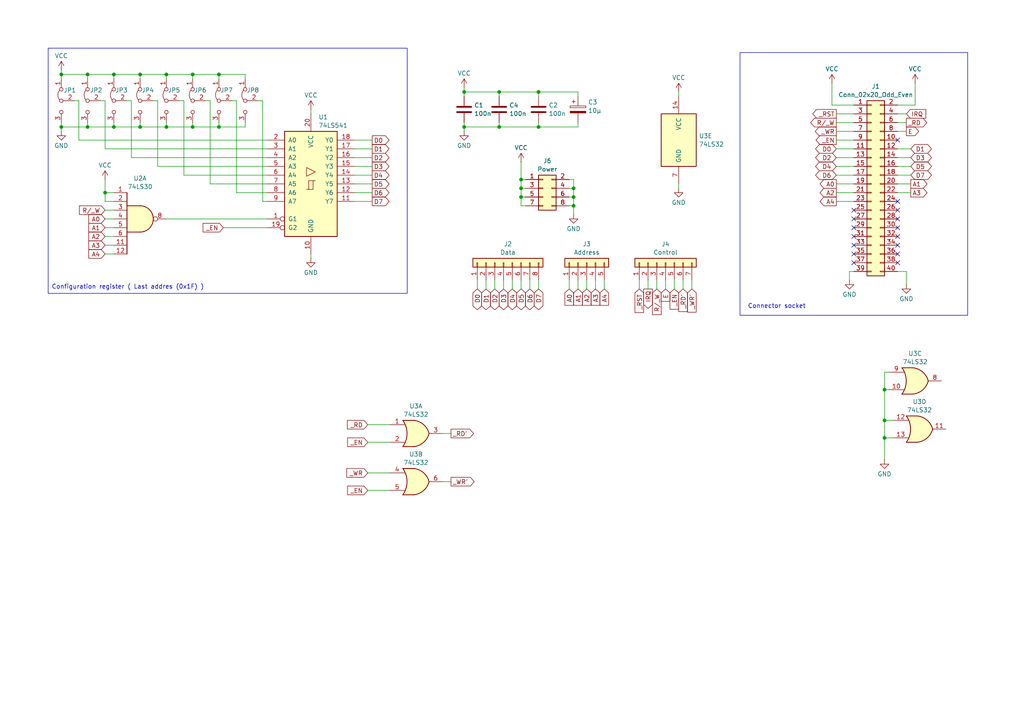
<source format=kicad_sch>
(kicad_sch (version 20231120) (generator "eeschema") (generator_version "8.0")
  (paper "A4")
  (lib_symbols
    (symbol "74xx:74LS30" (pin_names (offset 1.016))
      (property "Reference" "U" (at 0 1.27 0))
      (property "Value" "74LS30" (at 0 -1.27 0))
      (symbol "74LS30_1_1"
        (pin input line (at -7.62 7.62 0) (length 3.81) (name "~") (number "1"))
        (pin input line (at -7.62 -7.62 0) (length 3.81) (name "~") (number "11"))
        (pin input line (at -7.62 -10.16 0) (length 3.81) (name "~") (number "12"))
        (pin input line (at -7.62 5.08 0) (length 3.81) (name "~") (number "2"))
        (pin input line (at -7.62 2.54 0) (length 3.81) (name "~") (number "3"))
        (pin input line (at -7.62 0 0) (length 3.81) (name "~") (number "4"))
        (pin input line (at -7.62 -2.54 0) (length 3.81) (name "~") (number "5"))
        (pin input line (at -7.62 -5.08 0) (length 3.81) (name "~") (number "6"))
        (pin output inverted (at 7.62 0 180) (length 3.81) (name "~") (number "8"))
      )
      (symbol "74LS30_1_2"
        (pin input inverted (at -7.62 7.62 0) (length 3.81) (name "~") (number "1"))
        (pin input inverted (at -7.62 -7.62 0) (length 3.81) (name "~") (number "11"))
        (pin input inverted (at -7.62 -10.16 0) (length 3.81) (name "~") (number "12"))
        (pin input inverted (at -7.62 5.08 0) (length 3.81) (name "~") (number "2"))
        (pin input inverted (at -7.62 2.54 0) (length 4.5466) (name "~") (number "3"))
        (pin input inverted (at -7.62 0 0) (length 5.08) (name "~") (number "4"))
        (pin input inverted (at -7.62 -2.54 0) (length 4.5466) (name "~") (number "5"))
        (pin input inverted (at -7.62 -5.08 0) (length 3.81) (name "~") (number "6"))
        (pin output line (at 7.62 0 180) (length 3.81) (name "~") (number "8"))
      )
      (symbol "74LS30_2_0"
        (pin power_in line (at 0 12.7 270) (length 5.08) (name "VCC") (number "14"))
        (pin power_in line (at 0 -12.7 90) (length 5.08) (name "GND") (number "7"))
      )
    )
    (symbol "74xx:74LS32" (pin_names (offset 1.016))
      (property "Reference" "U" (at 0 1.27 0))
      (property "Value" "74LS32" (at 0 -1.27 0))
      (symbol "74LS32_1_1"
        (pin input line (at -7.62 2.54 0) (length 4.318) (name "~") (number "1"))
        (pin input line (at -7.62 -2.54 0) (length 4.318) (name "~") (number "2"))
        (pin output line (at 7.62 0 180) (length 3.81) (name "~") (number "3"))
      )
      (symbol "74LS32_1_2"
        (pin input inverted (at -7.62 2.54 0) (length 3.81) (name "~") (number "1"))
        (pin input inverted (at -7.62 -2.54 0) (length 3.81) (name "~") (number "2"))
        (pin output inverted (at 7.62 0 180) (length 3.81) (name "~") (number "3"))
      )
      (symbol "74LS32_2_1"
        (pin input line (at -7.62 2.54 0) (length 4.318) (name "~") (number "4"))
        (pin input line (at -7.62 -2.54 0) (length 4.318) (name "~") (number "5"))
        (pin output line (at 7.62 0 180) (length 3.81) (name "~") (number "6"))
      )
      (symbol "74LS32_2_2"
        (pin input inverted (at -7.62 2.54 0) (length 3.81) (name "~") (number "4"))
        (pin input inverted (at -7.62 -2.54 0) (length 3.81) (name "~") (number "5"))
        (pin output inverted (at 7.62 0 180) (length 3.81) (name "~") (number "6"))
      )
      (symbol "74LS32_3_1"
        (pin input line (at -7.62 -2.54 0) (length 4.318) (name "~") (number "10"))
        (pin output line (at 7.62 0 180) (length 3.81) (name "~") (number "8"))
        (pin input line (at -7.62 2.54 0) (length 4.318) (name "~") (number "9"))
      )
      (symbol "74LS32_3_2"
        (pin input inverted (at -7.62 -2.54 0) (length 3.81) (name "~") (number "10"))
        (pin output inverted (at 7.62 0 180) (length 3.81) (name "~") (number "8"))
        (pin input inverted (at -7.62 2.54 0) (length 3.81) (name "~") (number "9"))
      )
      (symbol "74LS32_4_1"
        (pin output line (at 7.62 0 180) (length 3.81) (name "~") (number "11"))
        (pin input line (at -7.62 2.54 0) (length 4.318) (name "~") (number "12"))
        (pin input line (at -7.62 -2.54 0) (length 4.318) (name "~") (number "13"))
      )
      (symbol "74LS32_4_2"
        (pin output inverted (at 7.62 0 180) (length 3.81) (name "~") (number "11"))
        (pin input inverted (at -7.62 2.54 0) (length 3.81) (name "~") (number "12"))
        (pin input inverted (at -7.62 -2.54 0) (length 3.81) (name "~") (number "13"))
      )
      (symbol "74LS32_5_0"
        (pin power_in line (at 0 12.7 270) (length 5.08) (name "VCC") (number "14"))
        (pin power_in line (at 0 -12.7 90) (length 5.08) (name "GND") (number "7"))
      )
    )
    (symbol "74xx:74LS541" (pin_names (offset 1.016))
      (property "Reference" "U" (at -7.62 16.51 0))
      (property "Value" "74LS541" (at -7.62 -16.51 0))
      (symbol "74LS541_1_0"
        (pin input inverted (at -12.7 -10.16 0) (length 5.08) (name "G1") (number "1"))
        (pin power_in line (at 0 -20.32 90) (length 5.08) (name "GND") (number "10"))
        (pin tri_state line (at 12.7 -5.08 180) (length 5.08) (name "Y7") (number "11"))
        (pin tri_state line (at 12.7 -2.54 180) (length 5.08) (name "Y6") (number "12"))
        (pin tri_state line (at 12.7 0 180) (length 5.08) (name "Y5") (number "13"))
        (pin tri_state line (at 12.7 2.54 180) (length 5.08) (name "Y4") (number "14"))
        (pin tri_state line (at 12.7 5.08 180) (length 5.08) (name "Y3") (number "15"))
        (pin tri_state line (at 12.7 7.62 180) (length 5.08) (name "Y2") (number "16"))
        (pin tri_state line (at 12.7 10.16 180) (length 5.08) (name "Y1") (number "17"))
        (pin tri_state line (at 12.7 12.7 180) (length 5.08) (name "Y0") (number "18"))
        (pin input inverted (at -12.7 -12.7 0) (length 5.08) (name "G2") (number "19"))
        (pin input line (at -12.7 12.7 0) (length 5.08) (name "A0") (number "2"))
        (pin power_in line (at 0 20.32 270) (length 5.08) (name "VCC") (number "20"))
        (pin input line (at -12.7 10.16 0) (length 5.08) (name "A1") (number "3"))
        (pin input line (at -12.7 7.62 0) (length 5.08) (name "A2") (number "4"))
        (pin input line (at -12.7 5.08 0) (length 5.08) (name "A3") (number "5"))
        (pin input line (at -12.7 2.54 0) (length 5.08) (name "A4") (number "6"))
        (pin input line (at -12.7 0 0) (length 5.08) (name "A5") (number "7"))
        (pin input line (at -12.7 -2.54 0) (length 5.08) (name "A6") (number "8"))
        (pin input line (at -12.7 -5.08 0) (length 5.08) (name "A7") (number "9"))
      )
    )
    (symbol "Connector_Generic:Conn_01x05" (pin_names (offset 1.016) hide)
      (property "Reference" "J" (at 0 7.62 0))
      (property "Value" "Conn_01x05" (at 0 -7.62 0))
      (symbol "Conn_01x05_1_1"
        (pin passive line (at -5.08 5.08 0) (length 3.81) (name "Pin_1") (number "1"))
        (pin passive line (at -5.08 2.54 0) (length 3.81) (name "Pin_2") (number "2"))
        (pin passive line (at -5.08 0 0) (length 3.81) (name "Pin_3") (number "3"))
        (pin passive line (at -5.08 -2.54 0) (length 3.81) (name "Pin_4") (number "4"))
        (pin passive line (at -5.08 -5.08 0) (length 3.81) (name "Pin_5") (number "5"))
      )
    )
    (symbol "Connector_Generic:Conn_01x07" (pin_names (offset 1.016) hide)
      (property "Reference" "J" (at 0 10.16 0))
      (property "Value" "Conn_01x07" (at 0 -10.16 0))
      (symbol "Conn_01x07_1_1"
        (pin passive line (at -5.08 7.62 0) (length 3.81) (name "Pin_1") (number "1"))
        (pin passive line (at -5.08 5.08 0) (length 3.81) (name "Pin_2") (number "2"))
        (pin passive line (at -5.08 2.54 0) (length 3.81) (name "Pin_3") (number "3"))
        (pin passive line (at -5.08 0 0) (length 3.81) (name "Pin_4") (number "4"))
        (pin passive line (at -5.08 -2.54 0) (length 3.81) (name "Pin_5") (number "5"))
        (pin passive line (at -5.08 -5.08 0) (length 3.81) (name "Pin_6") (number "6"))
        (pin passive line (at -5.08 -7.62 0) (length 3.81) (name "Pin_7") (number "7"))
      )
    )
    (symbol "Connector_Generic:Conn_01x08" (pin_names (offset 1.016) hide)
      (property "Reference" "J" (at 0 10.16 0))
      (property "Value" "Conn_01x08" (at 0 -12.7 0))
      (symbol "Conn_01x08_1_1"
        (pin passive line (at -5.08 7.62 0) (length 3.81) (name "Pin_1") (number "1"))
        (pin passive line (at -5.08 5.08 0) (length 3.81) (name "Pin_2") (number "2"))
        (pin passive line (at -5.08 2.54 0) (length 3.81) (name "Pin_3") (number "3"))
        (pin passive line (at -5.08 0 0) (length 3.81) (name "Pin_4") (number "4"))
        (pin passive line (at -5.08 -2.54 0) (length 3.81) (name "Pin_5") (number "5"))
        (pin passive line (at -5.08 -5.08 0) (length 3.81) (name "Pin_6") (number "6"))
        (pin passive line (at -5.08 -7.62 0) (length 3.81) (name "Pin_7") (number "7"))
        (pin passive line (at -5.08 -10.16 0) (length 3.81) (name "Pin_8") (number "8"))
      )
    )
    (symbol "Connector_Generic:Conn_02x04_Odd_Even" (pin_names (offset 1.016) hide)
      (property "Reference" "J" (at 1.27 5.08 0))
      (property "Value" "Conn_02x04_Odd_Even" (at 1.27 -7.62 0))
      (symbol "Conn_02x04_Odd_Even_1_1"
        (pin passive line (at -5.08 2.54 0) (length 3.81) (name "Pin_1") (number "1"))
        (pin passive line (at 7.62 2.54 180) (length 3.81) (name "Pin_2") (number "2"))
        (pin passive line (at -5.08 0 0) (length 3.81) (name "Pin_3") (number "3"))
        (pin passive line (at 7.62 0 180) (length 3.81) (name "Pin_4") (number "4"))
        (pin passive line (at -5.08 -2.54 0) (length 3.81) (name "Pin_5") (number "5"))
        (pin passive line (at 7.62 -2.54 180) (length 3.81) (name "Pin_6") (number "6"))
        (pin passive line (at -5.08 -5.08 0) (length 3.81) (name "Pin_7") (number "7"))
        (pin passive line (at 7.62 -5.08 180) (length 3.81) (name "Pin_8") (number "8"))
      )
    )
    (symbol "Connector_Generic:Conn_02x20_Odd_Even" (pin_names (offset 1.016) hide)
      (property "Reference" "J" (at 1.27 25.4 0))
      (property "Value" "Conn_02x20_Odd_Even" (at 1.27 -27.94 0))
      (symbol "Conn_02x20_Odd_Even_1_1"
        (pin passive line (at -5.08 22.86 0) (length 3.81) (name "Pin_1") (number "1"))
        (pin passive line (at 7.62 12.7 180) (length 3.81) (name "Pin_10") (number "10"))
        (pin passive line (at -5.08 10.16 0) (length 3.81) (name "Pin_11") (number "11"))
        (pin passive line (at 7.62 10.16 180) (length 3.81) (name "Pin_12") (number "12"))
        (pin passive line (at -5.08 7.62 0) (length 3.81) (name "Pin_13") (number "13"))
        (pin passive line (at 7.62 7.62 180) (length 3.81) (name "Pin_14") (number "14"))
        (pin passive line (at -5.08 5.08 0) (length 3.81) (name "Pin_15") (number "15"))
        (pin passive line (at 7.62 5.08 180) (length 3.81) (name "Pin_16") (number "16"))
        (pin passive line (at -5.08 2.54 0) (length 3.81) (name "Pin_17") (number "17"))
        (pin passive line (at 7.62 2.54 180) (length 3.81) (name "Pin_18") (number "18"))
        (pin passive line (at -5.08 0 0) (length 3.81) (name "Pin_19") (number "19"))
        (pin passive line (at 7.62 22.86 180) (length 3.81) (name "Pin_2") (number "2"))
        (pin passive line (at 7.62 0 180) (length 3.81) (name "Pin_20") (number "20"))
        (pin passive line (at -5.08 -2.54 0) (length 3.81) (name "Pin_21") (number "21"))
        (pin passive line (at 7.62 -2.54 180) (length 3.81) (name "Pin_22") (number "22"))
        (pin passive line (at -5.08 -5.08 0) (length 3.81) (name "Pin_23") (number "23"))
        (pin passive line (at 7.62 -5.08 180) (length 3.81) (name "Pin_24") (number "24"))
        (pin passive line (at -5.08 -7.62 0) (length 3.81) (name "Pin_25") (number "25"))
        (pin passive line (at 7.62 -7.62 180) (length 3.81) (name "Pin_26") (number "26"))
        (pin passive line (at -5.08 -10.16 0) (length 3.81) (name "Pin_27") (number "27"))
        (pin passive line (at 7.62 -10.16 180) (length 3.81) (name "Pin_28") (number "28"))
        (pin passive line (at -5.08 -12.7 0) (length 3.81) (name "Pin_29") (number "29"))
        (pin passive line (at -5.08 20.32 0) (length 3.81) (name "Pin_3") (number "3"))
        (pin passive line (at 7.62 -12.7 180) (length 3.81) (name "Pin_30") (number "30"))
        (pin passive line (at -5.08 -15.24 0) (length 3.81) (name "Pin_31") (number "31"))
        (pin passive line (at 7.62 -15.24 180) (length 3.81) (name "Pin_32") (number "32"))
        (pin passive line (at -5.08 -17.78 0) (length 3.81) (name "Pin_33") (number "33"))
        (pin passive line (at 7.62 -17.78 180) (length 3.81) (name "Pin_34") (number "34"))
        (pin passive line (at -5.08 -20.32 0) (length 3.81) (name "Pin_35") (number "35"))
        (pin passive line (at 7.62 -20.32 180) (length 3.81) (name "Pin_36") (number "36"))
        (pin passive line (at -5.08 -22.86 0) (length 3.81) (name "Pin_37") (number "37"))
        (pin passive line (at 7.62 -22.86 180) (length 3.81) (name "Pin_38") (number "38"))
        (pin passive line (at -5.08 -25.4 0) (length 3.81) (name "Pin_39") (number "39"))
        (pin passive line (at 7.62 20.32 180) (length 3.81) (name "Pin_4") (number "4"))
        (pin passive line (at 7.62 -25.4 180) (length 3.81) (name "Pin_40") (number "40"))
        (pin passive line (at -5.08 17.78 0) (length 3.81) (name "Pin_5") (number "5"))
        (pin passive line (at 7.62 17.78 180) (length 3.81) (name "Pin_6") (number "6"))
        (pin passive line (at -5.08 15.24 0) (length 3.81) (name "Pin_7") (number "7"))
        (pin passive line (at 7.62 15.24 180) (length 3.81) (name "Pin_8") (number "8"))
        (pin passive line (at -5.08 12.7 0) (length 3.81) (name "Pin_9") (number "9"))
      )
    )
    (symbol "Device:C" (pin_numbers hide) (pin_names (offset 0.254))
      (property "Reference" "C" (at 0.635 2.54 0))
      (property "Value" "C" (at 0.635 -2.54 0))
      (symbol "C_1_1"
        (pin passive line (at 0 3.81 270) (length 2.794) (name "~") (number "1"))
        (pin passive line (at 0 -3.81 90) (length 2.794) (name "~") (number "2"))
      )
    )
    (symbol "Device:C_Polarized" (pin_numbers hide) (pin_names (offset 0.254))
      (property "Reference" "C" (at 0.635 2.54 0))
      (property "Value" "C_Polarized" (at 0.635 -2.54 0))
      (symbol "C_Polarized_1_1"
        (pin passive line (at 0 3.81 270) (length 2.794) (name "~") (number "1"))
        (pin passive line (at 0 -3.81 90) (length 2.794) (name "~") (number "2"))
      )
    )
    (symbol "Jumper:Jumper_3_Bridged12" (pin_names (offset 0) hide)
      (property "Reference" "JP" (at -2.54 -2.54 0))
      (property "Value" "Jumper_3_Bridged12" (at 0 2.794 0))
      (symbol "Jumper_3_Bridged12_1_1"
        (pin passive line (at -6.35 0 0) (length 2.54) (name "A") (number "1"))
        (pin passive line (at 0 -3.81 90) (length 2.54) (name "C") (number "2"))
        (pin passive line (at 6.35 0 180) (length 2.54) (name "B") (number "3"))
      )
    )
    (symbol "power:GND" (power) (pin_numbers hide) (pin_names (offset 0) hide)
      (property "Value" "GND" (at 0 -3.81 0))
      (symbol "GND_1_1"
        (pin power_in line (at 0 0 270) (length 0) (name "~") (number "1"))
      )
    )
    (symbol "power:VCC" (power) (pin_numbers hide) (pin_names (offset 0) hide)
      (property "Value" "VCC" (at 0 3.556 0))
      (symbol "VCC_1_1"
        (pin power_in line (at 0 0 90) (length 0) (name "~") (number "1"))
      )
    )
  )
  (junction (at 166.37 54.61))
  (junction (at 48.26 36.83))
  (junction (at 17.78 21.59))
  (junction (at 144.78 36.83))
  (junction (at 256.54 113.03))
  (junction (at 30.48 55.88))
  (junction (at 144.78 26.67))
  (junction (at 151.13 52.07))
  (junction (at 166.37 59.69))
  (junction (at 25.4 21.59))
  (junction (at 17.78 36.83))
  (junction (at 55.88 21.59))
  (junction (at 25.4 36.83))
  (junction (at 33.02 21.59))
  (junction (at 63.5 21.59))
  (junction (at 134.62 36.83))
  (junction (at 134.62 26.67))
  (junction (at 55.88 36.83))
  (junction (at 40.64 36.83))
  (junction (at 256.54 127))
  (junction (at 63.5 36.83))
  (junction (at 48.26 21.59))
  (junction (at 256.54 121.92))
  (junction (at 151.13 54.61))
  (junction (at 156.21 36.83))
  (junction (at 33.02 36.83))
  (junction (at 151.13 57.15))
  (junction (at 156.21 26.67))
  (junction (at 166.37 57.15))
  (junction (at 40.64 21.59))
  (no_connect (at 260.35 68.58))
  (no_connect (at 247.65 63.5))
  (no_connect (at 247.65 73.66))
  (no_connect (at 260.35 60.96))
  (no_connect (at 247.65 66.04))
  (no_connect (at 260.35 58.42))
  (no_connect (at 260.35 63.5))
  (no_connect (at 260.35 73.66))
  (no_connect (at 247.65 76.2))
  (no_connect (at 247.65 60.96))
  (no_connect (at 260.35 66.04))
  (no_connect (at 260.35 76.2))
  (no_connect (at 247.65 68.58))
  (no_connect (at 247.65 71.12))
  (no_connect (at 260.35 71.12))
  (no_connect (at 260.35 40.64))
  (wire (pts (xy 242.57 45.72) (xy 247.65 45.72)))
  (wire (pts (xy 172.72 81.28) (xy 172.72 83.82)))
  (wire (pts (xy 151.13 57.15) (xy 152.4 57.15)))
  (wire (pts (xy 144.78 26.67) (xy 134.62 26.67)))
  (wire (pts (xy 53.34 50.8) (xy 77.47 50.8)))
  (wire (pts (xy 242.57 43.18) (xy 247.65 43.18)))
  (wire (pts (xy 242.57 58.42) (xy 247.65 58.42)))
  (wire (pts (xy 128.27 125.73) (xy 130.81 125.73)))
  (wire (pts (xy 63.5 35.56) (xy 63.5 36.83)))
  (wire (pts (xy 102.87 55.88) (xy 107.95 55.88)))
  (wire (pts (xy 33.02 58.42) (xy 30.48 58.42)))
  (wire (pts (xy 262.89 78.74) (xy 262.89 82.55)))
  (wire (pts (xy 260.35 53.34) (xy 264.16 53.34)))
  (wire (pts (xy 148.59 81.28) (xy 148.59 83.82)))
  (wire (pts (xy 128.27 139.7) (xy 130.81 139.7)))
  (wire (pts (xy 55.88 35.56) (xy 55.88 36.83)))
  (wire (pts (xy 30.48 58.42) (xy 30.48 55.88)))
  (wire (pts (xy 167.64 26.67) (xy 156.21 26.67)))
  (wire (pts (xy 76.2 58.42) (xy 77.47 58.42)))
  (wire (pts (xy 256.54 127) (xy 256.54 133.35)))
  (wire (pts (xy 242.57 50.8) (xy 247.65 50.8)))
  (wire (pts (xy 153.67 81.28) (xy 153.67 83.82)))
  (wire (pts (xy 156.21 81.28) (xy 156.21 83.82)))
  (wire (pts (xy 30.48 73.66) (xy 33.02 73.66)))
  (wire (pts (xy 166.37 62.23) (xy 166.37 59.69)))
  (wire (pts (xy 134.62 35.56) (xy 134.62 36.83)))
  (wire (pts (xy 134.62 26.67) (xy 134.62 25.4)))
  (wire (pts (xy 71.12 35.56) (xy 71.12 36.83)))
  (wire (pts (xy 167.64 35.56) (xy 167.64 36.83)))
  (wire (pts (xy 241.3 30.48) (xy 247.65 30.48)))
  (wire (pts (xy 106.68 123.19) (xy 113.03 123.19)))
  (wire (pts (xy 45.72 48.26) (xy 77.47 48.26)))
  (wire (pts (xy 36.83 29.21) (xy 38.1 29.21)))
  (wire (pts (xy 166.37 59.69) (xy 166.37 57.15)))
  (wire (pts (xy 260.35 30.48) (xy 265.43 30.48)))
  (wire (pts (xy 68.58 29.21) (xy 68.58 55.88)))
  (wire (pts (xy 48.26 21.59) (xy 40.64 21.59)))
  (wire (pts (xy 242.57 53.34) (xy 247.65 53.34)))
  (wire (pts (xy 256.54 127) (xy 259.08 127)))
  (wire (pts (xy 38.1 29.21) (xy 38.1 45.72)))
  (wire (pts (xy 71.12 22.86) (xy 71.12 21.59)))
  (wire (pts (xy 151.13 52.07) (xy 152.4 52.07)))
  (wire (pts (xy 33.02 36.83) (xy 25.4 36.83)))
  (wire (pts (xy 166.37 54.61) (xy 166.37 52.07)))
  (wire (pts (xy 151.13 54.61) (xy 152.4 54.61)))
  (wire (pts (xy 48.26 36.83) (xy 40.64 36.83)))
  (wire (pts (xy 40.64 21.59) (xy 40.64 22.86)))
  (wire (pts (xy 30.48 55.88) (xy 30.48 52.07)))
  (wire (pts (xy 52.07 29.21) (xy 53.34 29.21)))
  (wire (pts (xy 257.81 113.03) (xy 256.54 113.03)))
  (wire (pts (xy 143.51 81.28) (xy 143.51 83.82)))
  (wire (pts (xy 165.1 54.61) (xy 166.37 54.61)))
  (wire (pts (xy 77.47 40.64) (xy 22.86 40.64)))
  (wire (pts (xy 166.37 52.07) (xy 165.1 52.07)))
  (wire (pts (xy 260.35 33.02) (xy 262.89 33.02)))
  (wire (pts (xy 48.26 63.5) (xy 77.47 63.5)))
  (wire (pts (xy 30.48 43.18) (xy 77.47 43.18)))
  (wire (pts (xy 134.62 36.83) (xy 144.78 36.83)))
  (wire (pts (xy 242.57 48.26) (xy 247.65 48.26)))
  (wire (pts (xy 167.64 81.28) (xy 167.64 83.82)))
  (wire (pts (xy 71.12 36.83) (xy 63.5 36.83)))
  (wire (pts (xy 90.17 73.66) (xy 90.17 74.93)))
  (wire (pts (xy 102.87 43.18) (xy 107.95 43.18)))
  (wire (pts (xy 242.57 38.1) (xy 247.65 38.1)))
  (wire (pts (xy 165.1 81.28) (xy 165.1 83.82)))
  (wire (pts (xy 134.62 26.67) (xy 134.62 27.94)))
  (wire (pts (xy 33.02 55.88) (xy 30.48 55.88)))
  (wire (pts (xy 40.64 35.56) (xy 40.64 36.83)))
  (wire (pts (xy 195.58 81.28) (xy 195.58 83.82)))
  (wire (pts (xy 144.78 36.83) (xy 156.21 36.83)))
  (wire (pts (xy 40.64 21.59) (xy 33.02 21.59)))
  (wire (pts (xy 151.13 52.07) (xy 151.13 46.99)))
  (wire (pts (xy 67.31 29.21) (xy 68.58 29.21)))
  (wire (pts (xy 53.34 29.21) (xy 53.34 50.8)))
  (wire (pts (xy 17.78 20.32) (xy 17.78 21.59)))
  (wire (pts (xy 144.78 26.67) (xy 144.78 27.94)))
  (wire (pts (xy 102.87 50.8) (xy 107.95 50.8)))
  (wire (pts (xy 196.85 26.67) (xy 196.85 27.94)))
  (wire (pts (xy 102.87 40.64) (xy 107.95 40.64)))
  (wire (pts (xy 134.62 36.83) (xy 134.62 38.1)))
  (wire (pts (xy 156.21 35.56) (xy 156.21 36.83)))
  (wire (pts (xy 260.35 45.72) (xy 264.16 45.72)))
  (wire (pts (xy 102.87 48.26) (xy 107.95 48.26)))
  (wire (pts (xy 166.37 57.15) (xy 166.37 54.61)))
  (wire (pts (xy 106.68 128.27) (xy 113.03 128.27)))
  (wire (pts (xy 260.35 78.74) (xy 262.89 78.74)))
  (wire (pts (xy 68.58 55.88) (xy 77.47 55.88)))
  (wire (pts (xy 256.54 121.92) (xy 259.08 121.92)))
  (wire (pts (xy 144.78 26.67) (xy 156.21 26.67)))
  (wire (pts (xy 60.96 53.34) (xy 77.47 53.34)))
  (wire (pts (xy 102.87 58.42) (xy 107.95 58.42)))
  (wire (pts (xy 25.4 21.59) (xy 25.4 22.86)))
  (wire (pts (xy 242.57 55.88) (xy 247.65 55.88)))
  (wire (pts (xy 260.35 55.88) (xy 264.16 55.88)))
  (wire (pts (xy 242.57 33.02) (xy 247.65 33.02)))
  (wire (pts (xy 22.86 29.21) (xy 21.59 29.21)))
  (wire (pts (xy 151.13 54.61) (xy 151.13 52.07)))
  (wire (pts (xy 198.12 81.28) (xy 198.12 83.82)))
  (wire (pts (xy 60.96 29.21) (xy 60.96 53.34)))
  (wire (pts (xy 106.68 142.24) (xy 113.03 142.24)))
  (wire (pts (xy 106.68 137.16) (xy 113.03 137.16)))
  (wire (pts (xy 74.93 29.21) (xy 76.2 29.21)))
  (wire (pts (xy 167.64 27.94) (xy 167.64 26.67)))
  (wire (pts (xy 200.66 81.28) (xy 200.66 83.82)))
  (wire (pts (xy 55.88 21.59) (xy 48.26 21.59)))
  (wire (pts (xy 63.5 21.59) (xy 63.5 22.86)))
  (wire (pts (xy 265.43 30.48) (xy 265.43 24.13)))
  (wire (pts (xy 185.42 81.28) (xy 185.42 83.82)))
  (wire (pts (xy 260.35 48.26) (xy 264.16 48.26)))
  (wire (pts (xy 242.57 40.64) (xy 247.65 40.64)))
  (wire (pts (xy 55.88 21.59) (xy 55.88 22.86)))
  (wire (pts (xy 30.48 29.21) (xy 29.21 29.21)))
  (wire (pts (xy 260.35 50.8) (xy 264.16 50.8)))
  (wire (pts (xy 152.4 59.69) (xy 151.13 59.69)))
  (wire (pts (xy 76.2 29.21) (xy 76.2 58.42)))
  (wire (pts (xy 30.48 66.04) (xy 33.02 66.04)))
  (wire (pts (xy 247.65 78.74) (xy 246.38 78.74)))
  (wire (pts (xy 63.5 21.59) (xy 55.88 21.59)))
  (wire (pts (xy 256.54 113.03) (xy 256.54 121.92)))
  (wire (pts (xy 256.54 107.95) (xy 256.54 113.03)))
  (wire (pts (xy 144.78 35.56) (xy 144.78 36.83)))
  (wire (pts (xy 102.87 53.34) (xy 107.95 53.34)))
  (wire (pts (xy 175.26 81.28) (xy 175.26 83.82)))
  (wire (pts (xy 48.26 21.59) (xy 48.26 22.86)))
  (wire (pts (xy 25.4 35.56) (xy 25.4 36.83)))
  (wire (pts (xy 257.81 107.95) (xy 256.54 107.95)))
  (wire (pts (xy 44.45 29.21) (xy 45.72 29.21)))
  (wire (pts (xy 30.48 60.96) (xy 33.02 60.96)))
  (wire (pts (xy 33.02 21.59) (xy 25.4 21.59)))
  (wire (pts (xy 33.02 35.56) (xy 33.02 36.83)))
  (wire (pts (xy 71.12 21.59) (xy 63.5 21.59)))
  (wire (pts (xy 102.87 45.72) (xy 107.95 45.72)))
  (wire (pts (xy 25.4 36.83) (xy 17.78 36.83)))
  (wire (pts (xy 151.13 57.15) (xy 151.13 54.61)))
  (wire (pts (xy 140.97 81.28) (xy 140.97 83.82)))
  (wire (pts (xy 40.64 36.83) (xy 33.02 36.83)))
  (wire (pts (xy 260.35 35.56) (xy 262.89 35.56)))
  (wire (pts (xy 33.02 21.59) (xy 33.02 22.86)))
  (wire (pts (xy 38.1 45.72) (xy 77.47 45.72)))
  (wire (pts (xy 30.48 29.21) (xy 30.48 43.18)))
  (wire (pts (xy 17.78 35.56) (xy 17.78 36.83)))
  (wire (pts (xy 90.17 31.75) (xy 90.17 33.02)))
  (wire (pts (xy 30.48 71.12) (xy 33.02 71.12)))
  (wire (pts (xy 256.54 121.92) (xy 256.54 127)))
  (wire (pts (xy 55.88 36.83) (xy 48.26 36.83)))
  (wire (pts (xy 138.43 81.28) (xy 138.43 83.82)))
  (wire (pts (xy 64.77 66.04) (xy 77.47 66.04)))
  (wire (pts (xy 242.57 35.56) (xy 247.65 35.56)))
  (wire (pts (xy 30.48 63.5) (xy 33.02 63.5)))
  (wire (pts (xy 151.13 81.28) (xy 151.13 83.82)))
  (wire (pts (xy 63.5 36.83) (xy 55.88 36.83)))
  (wire (pts (xy 170.18 81.28) (xy 170.18 83.82)))
  (wire (pts (xy 246.38 78.74) (xy 246.38 81.28)))
  (wire (pts (xy 190.5 81.28) (xy 190.5 83.82)))
  (wire (pts (xy 165.1 57.15) (xy 166.37 57.15)))
  (wire (pts (xy 156.21 36.83) (xy 167.64 36.83)))
  (wire (pts (xy 260.35 38.1) (xy 262.89 38.1)))
  (wire (pts (xy 17.78 21.59) (xy 17.78 22.86)))
  (wire (pts (xy 22.86 40.64) (xy 22.86 29.21)))
  (wire (pts (xy 193.04 81.28) (xy 193.04 83.82)))
  (wire (pts (xy 196.85 53.34) (xy 196.85 54.61)))
  (wire (pts (xy 146.05 81.28) (xy 146.05 83.82)))
  (wire (pts (xy 59.69 29.21) (xy 60.96 29.21)))
  (wire (pts (xy 187.96 81.28) (xy 187.96 83.82)))
  (wire (pts (xy 48.26 35.56) (xy 48.26 36.83)))
  (wire (pts (xy 260.35 43.18) (xy 264.16 43.18)))
  (wire (pts (xy 241.3 24.13) (xy 241.3 30.48)))
  (wire (pts (xy 25.4 21.59) (xy 17.78 21.59)))
  (wire (pts (xy 165.1 59.69) (xy 166.37 59.69)))
  (wire (pts (xy 156.21 26.67) (xy 156.21 27.94)))
  (wire (pts (xy 30.48 68.58) (xy 33.02 68.58)))
  (wire (pts (xy 17.78 36.83) (xy 17.78 38.1)))
  (wire (pts (xy 151.13 59.69) (xy 151.13 57.15)))
  (wire (pts (xy 45.72 29.21) (xy 45.72 48.26)))
  (rectangle (start 214.63 15.24) (end 280.67 91.44))
  (rectangle (start 13.97 13.97) (end 118.11 85.09))
  (text "Configuration register ( Last addres (0x1F) )" (at 37.084 83.312 0) (effects (font (size 1.27 1.27))))
  (text "Connector socket" (at 225.298 88.9 0) (effects (font (size 1.27 1.27))))
  (global_label "D5" (shape bidirectional) (at 151.13 83.82 270) (property "Intersheetrefs" "${INTERSHEET_REFS}" (effects (hide yes))))
  (global_label "E" (shape output) (at 262.89 38.1 0) (property "Intersheetrefs" "${INTERSHEET_REFS}" (effects (hide yes))))
  (global_label "_RD'" (shape input) (at 198.12 83.82 270) (property "Intersheetrefs" "${INTERSHEET_REFS}" (effects (hide yes))))
  (global_label "_RST" (shape input) (at 185.42 83.82 270) (property "Intersheetrefs" "${INTERSHEET_REFS}" (effects (hide yes))))
  (global_label "R{slash}_W" (shape input) (at 190.5 83.82 270) (property "Intersheetrefs" "${INTERSHEET_REFS}" (effects (hide yes))))
  (global_label "A1" (shape input) (at 167.64 83.82 270) (property "Intersheetrefs" "${INTERSHEET_REFS}" (effects (hide yes))))
  (global_label "D1" (shape bidirectional) (at 140.97 83.82 270) (property "Intersheetrefs" "${INTERSHEET_REFS}" (effects (hide yes))))
  (global_label "D0" (shape bidirectional) (at 242.57 43.18 180) (property "Intersheetrefs" "${INTERSHEET_REFS}" (effects (hide yes))))
  (global_label "R{slash}_W" (shape output) (at 242.57 35.56 180) (property "Intersheetrefs" "${INTERSHEET_REFS}" (effects (hide yes))))
  (global_label "_EN" (shape output) (at 242.57 40.64 180) (property "Intersheetrefs" "${INTERSHEET_REFS}" (effects (hide yes))))
  (global_label "_RST" (shape output) (at 242.57 33.02 180) (property "Intersheetrefs" "${INTERSHEET_REFS}" (effects (hide yes))))
  (global_label "D1" (shape bidirectional) (at 264.16 43.18 0) (property "Intersheetrefs" "${INTERSHEET_REFS}" (effects (hide yes))))
  (global_label "A3" (shape output) (at 264.16 55.88 0) (property "Intersheetrefs" "${INTERSHEET_REFS}" (effects (hide yes))))
  (global_label "A3" (shape input) (at 30.48 71.12 180) (property "Intersheetrefs" "${INTERSHEET_REFS}" (effects (hide yes))))
  (global_label "D4" (shape output) (at 107.95 50.8 0) (property "Intersheetrefs" "${INTERSHEET_REFS}" (effects (hide yes))))
  (global_label "_WR" (shape input) (at 106.68 137.16 180) (property "Intersheetrefs" "${INTERSHEET_REFS}" (effects (hide yes))))
  (global_label "D2" (shape output) (at 107.95 45.72 0) (property "Intersheetrefs" "${INTERSHEET_REFS}" (effects (hide yes))))
  (global_label "D7" (shape bidirectional) (at 156.21 83.82 270) (property "Intersheetrefs" "${INTERSHEET_REFS}" (effects (hide yes))))
  (global_label "D6" (shape bidirectional) (at 153.67 83.82 270) (property "Intersheetrefs" "${INTERSHEET_REFS}" (effects (hide yes))))
  (global_label "_RD" (shape output) (at 262.89 35.56 0) (property "Intersheetrefs" "${INTERSHEET_REFS}" (effects (hide yes))))
  (global_label "A0" (shape output) (at 242.57 53.34 180) (property "Intersheetrefs" "${INTERSHEET_REFS}" (effects (hide yes))))
  (global_label "IRQ" (shape input) (at 262.89 33.02 0) (property "Intersheetrefs" "${INTERSHEET_REFS}" (effects (hide yes))))
  (global_label "D7" (shape bidirectional) (at 264.16 50.8 0) (property "Intersheetrefs" "${INTERSHEET_REFS}" (effects (hide yes))))
  (global_label "_EN" (shape input) (at 64.77 66.04 180) (property "Intersheetrefs" "${INTERSHEET_REFS}" (effects (hide yes))))
  (global_label "A0" (shape input) (at 165.1 83.82 270) (property "Intersheetrefs" "${INTERSHEET_REFS}" (effects (hide yes))))
  (global_label "A2" (shape output) (at 242.57 55.88 180) (property "Intersheetrefs" "${INTERSHEET_REFS}" (effects (hide yes))))
  (global_label "D4" (shape bidirectional) (at 242.57 48.26 180) (property "Intersheetrefs" "${INTERSHEET_REFS}" (effects (hide yes))))
  (global_label "_EN" (shape input) (at 106.68 142.24 180) (property "Intersheetrefs" "${INTERSHEET_REFS}" (effects (hide yes))))
  (global_label "D0" (shape output) (at 107.95 40.64 0) (property "Intersheetrefs" "${INTERSHEET_REFS}" (effects (hide yes))))
  (global_label "A1" (shape input) (at 30.48 66.04 180) (property "Intersheetrefs" "${INTERSHEET_REFS}" (effects (hide yes))))
  (global_label "A2" (shape input) (at 170.18 83.82 270) (property "Intersheetrefs" "${INTERSHEET_REFS}" (effects (hide yes))))
  (global_label "A0" (shape input) (at 30.48 63.5 180) (property "Intersheetrefs" "${INTERSHEET_REFS}" (effects (hide yes))))
  (global_label "A4" (shape input) (at 175.26 83.82 270) (property "Intersheetrefs" "${INTERSHEET_REFS}" (effects (hide yes))))
  (global_label "D1" (shape output) (at 107.95 43.18 0) (property "Intersheetrefs" "${INTERSHEET_REFS}" (effects (hide yes))))
  (global_label "E" (shape input) (at 193.04 83.82 270) (property "Intersheetrefs" "${INTERSHEET_REFS}" (effects (hide yes))))
  (global_label "D4" (shape bidirectional) (at 148.59 83.82 270) (property "Intersheetrefs" "${INTERSHEET_REFS}" (effects (hide yes))))
  (global_label "D2" (shape bidirectional) (at 242.57 45.72 180) (property "Intersheetrefs" "${INTERSHEET_REFS}" (effects (hide yes))))
  (global_label "D6" (shape bidirectional) (at 242.57 50.8 180) (property "Intersheetrefs" "${INTERSHEET_REFS}" (effects (hide yes))))
  (global_label "D5" (shape bidirectional) (at 264.16 48.26 0) (property "Intersheetrefs" "${INTERSHEET_REFS}" (effects (hide yes))))
  (global_label "_WR" (shape output) (at 242.57 38.1 180) (property "Intersheetrefs" "${INTERSHEET_REFS}" (effects (hide yes))))
  (global_label "D3" (shape bidirectional) (at 146.05 83.82 270) (property "Intersheetrefs" "${INTERSHEET_REFS}" (effects (hide yes))))
  (global_label "_RD'" (shape output) (at 130.81 125.73 0) (property "Intersheetrefs" "${INTERSHEET_REFS}" (effects (hide yes))))
  (global_label "A4" (shape input) (at 30.48 73.66 180) (property "Intersheetrefs" "${INTERSHEET_REFS}" (effects (hide yes))))
  (global_label "_RD" (shape input) (at 106.68 123.19 180) (property "Intersheetrefs" "${INTERSHEET_REFS}" (effects (hide yes))))
  (global_label "D6" (shape output) (at 107.95 55.88 0) (property "Intersheetrefs" "${INTERSHEET_REFS}" (effects (hide yes))))
  (global_label "_EN" (shape input) (at 106.68 128.27 180) (property "Intersheetrefs" "${INTERSHEET_REFS}" (effects (hide yes))))
  (global_label "A2" (shape input) (at 30.48 68.58 180) (property "Intersheetrefs" "${INTERSHEET_REFS}" (effects (hide yes))))
  (global_label "D0" (shape bidirectional) (at 138.43 83.82 270) (property "Intersheetrefs" "${INTERSHEET_REFS}" (effects (hide yes))))
  (global_label "D3" (shape bidirectional) (at 264.16 45.72 0) (property "Intersheetrefs" "${INTERSHEET_REFS}" (effects (hide yes))))
  (global_label "A4" (shape output) (at 242.57 58.42 180) (property "Intersheetrefs" "${INTERSHEET_REFS}" (effects (hide yes))))
  (global_label "R{slash}_W" (shape input) (at 30.48 60.96 180) (property "Intersheetrefs" "${INTERSHEET_REFS}" (effects (hide yes))))
  (global_label "A1" (shape output) (at 264.16 53.34 0) (property "Intersheetrefs" "${INTERSHEET_REFS}" (effects (hide yes))))
  (global_label "D7" (shape output) (at 107.95 58.42 0) (property "Intersheetrefs" "${INTERSHEET_REFS}" (effects (hide yes))))
  (global_label "_WR'" (shape input) (at 200.66 83.82 270) (property "Intersheetrefs" "${INTERSHEET_REFS}" (effects (hide yes))))
  (global_label "D3" (shape output) (at 107.95 48.26 0) (property "Intersheetrefs" "${INTERSHEET_REFS}" (effects (hide yes))))
  (global_label "_EN" (shape input) (at 195.58 83.82 270) (property "Intersheetrefs" "${INTERSHEET_REFS}" (effects (hide yes))))
  (global_label "IRQ" (shape output) (at 187.96 83.82 270) (property "Intersheetrefs" "${INTERSHEET_REFS}" (effects (hide yes))))
  (global_label "D2" (shape bidirectional) (at 143.51 83.82 270) (property "Intersheetrefs" "${INTERSHEET_REFS}" (effects (hide yes))))
  (global_label "D5" (shape output) (at 107.95 53.34 0) (property "Intersheetrefs" "${INTERSHEET_REFS}" (effects (hide yes))))
  (global_label "_WR'" (shape output) (at 130.81 139.7 0) (property "Intersheetrefs" "${INTERSHEET_REFS}" (effects (hide yes))))
  (global_label "A3" (shape input) (at 172.72 83.82 270) (property "Intersheetrefs" "${INTERSHEET_REFS}" (effects (hide yes))))
  (symbol (lib_id "power:GND") (at 166.37 62.23 0) (unit 1)
    (property "Reference" "#PWR015" (effects (hide yes)))
    (property "Value" "GND" (at 166.37 66.3631 0))
    (property "Description" "Power symbol creates a global label with name \"GND\" , ground" (effects (hide yes)))
  )
  (symbol (lib_id "Jumper:Jumper_3_Bridged12") (at 40.64 29.21 90) (mirror x) (unit 1)
    (property "Reference" "JP4" (at 44.704 26.162 90) (effects (justify left)))
    (property "Value" "Jumper_3_Bridged12" (effects (hide yes)))
    (property "Footprint" "Jumper:SolderJumper-3_P1.3mm_Open_RoundedPad1.0x1.5mm_NumberLabels" (effects (hide yes)))
    (property "Description" "Jumper, 3-pole, pins 1+2 closed/bridged" (effects (hide yes)))
  )
  (symbol (lib_id "Device:C_Polarized") (at 167.64 31.75 0) (unit 1)
    (property "Reference" "C3" (at 170.561 29.6488 0) (effects (justify left)))
    (property "Value" "10µ" (at 170.561 32.0731 0) (effects (justify left)))
    (property "Footprint" "Capacitor_THT:CP_Radial_D4.0mm_P2.00mm" (effects (hide yes)))
    (property "Description" "Polarized capacitor" (effects (hide yes)))
  )
  (symbol (lib_id "Connector_Generic:Conn_01x05") (at 170.18 76.2 90) (unit 1)
    (property "Reference" "J3" (at 170.18 70.7855 90))
    (property "Value" "Address" (at 170.18 73.2098 90))
    (property "Footprint" "Connector_PinSocket_2.54mm:PinSocket_1x05_P2.54mm_Vertical" (effects (hide yes)))
    (property "Description" "Generic connector, single row, 01x05, script generated (kicad-library-utils/schlib/autogen/connector/)" (effects (hide yes)))
  )
  (symbol (lib_id "power:GND") (at 17.78 38.1 0) (unit 1)
    (property "Reference" "#PWR013" (effects (hide yes)))
    (property "Value" "GND" (at 17.78 42.2331 0))
    (property "Description" "Power symbol creates a global label with name \"GND\" , ground" (effects (hide yes)))
  )
  (symbol (lib_id "power:VCC") (at 241.3 24.13 0) (unit 1)
    (property "Reference" "#PWR06" (effects (hide yes)))
    (property "Value" "VCC" (at 241.3 19.9969 0))
    (property "Description" "Power symbol creates a global label with name \"VCC\"" (effects (hide yes)))
  )
  (symbol (lib_id "74xx:74LS30") (at 40.64 63.5 0) (unit 1)
    (property "Reference" "U2" (at 40.6317 51.7355 0))
    (property "Value" "74LS30" (at 40.6317 54.1598 0))
    (property "Footprint" "Package_DIP:DIP-12_W7.62mm" (effects (hide yes)))
    (property "Datasheet" "http://www.ti.com/lit/gpn/sn74LS30" (effects (hide yes)))
    (property "Description" "8-input NAND" (effects (hide yes)))
  )
  (symbol (lib_id "power:VCC") (at 90.17 31.75 0) (unit 1)
    (property "Reference" "#PWR05" (effects (hide yes)))
    (property "Value" "VCC" (at 90.17 27.6169 0))
    (property "Description" "Power symbol creates a global label with name \"VCC\"" (effects (hide yes)))
  )
  (symbol (lib_id "Connector_Generic:Conn_01x07") (at 193.04 76.2 90) (unit 1)
    (property "Reference" "J4" (at 193.04 70.7855 90))
    (property "Value" "Control" (at 193.04 73.2098 90))
    (property "Footprint" "Connector_PinSocket_2.54mm:PinSocket_1x07_P2.54mm_Vertical" (effects (hide yes)))
    (property "Description" "Generic connector, single row, 01x07, script generated (kicad-library-utils/schlib/autogen/connector/)" (effects (hide yes)))
  )
  (symbol (lib_id "Device:C") (at 156.21 31.75 0) (unit 1)
    (property "Reference" "C2" (at 159.131 30.5378 0) (effects (justify left)))
    (property "Value" "100n" (at 159.131 32.9621 0) (effects (justify left)))
    (property "Footprint" "Capacitor_THT:C_Disc_D3.0mm_W2.0mm_P2.50mm" (effects (hide yes)))
    (property "Description" "Unpolarized capacitor" (effects (hide yes)))
  )
  (symbol (lib_id "power:VCC") (at 17.78 20.32 0) (unit 1)
    (property "Reference" "#PWR012" (effects (hide yes)))
    (property "Value" "VCC" (at 17.78 16.1869 0))
    (property "Description" "Power symbol creates a global label with name \"VCC\"" (effects (hide yes)))
  )
  (symbol (lib_id "74xx:74LS541") (at 90.17 53.34 0) (unit 1)
    (property "Reference" "U1" (at 92.3641 33.9555 0) (effects (justify left)))
    (property "Value" "74LS541" (at 92.3641 36.3798 0) (effects (justify left)))
    (property "Footprint" "Package_DIP:DIP-20_W7.62mm" (effects (hide yes)))
    (property "Datasheet" "http://www.ti.com/lit/gpn/sn74LS541" (effects (hide yes)))
    (property "Description" "8-bit Buffer/Line Driver 3-state outputs" (effects (hide yes)))
  )
  (symbol (lib_id "power:GND") (at 262.89 82.55 0) (unit 1)
    (property "Reference" "#PWR09" (effects (hide yes)))
    (property "Value" "GND" (at 262.89 86.6831 0))
    (property "Description" "Power symbol creates a global label with name \"GND\" , ground" (effects (hide yes)))
  )
  (symbol (lib_id "Jumper:Jumper_3_Bridged12") (at 48.26 29.21 90) (mirror x) (unit 1)
    (property "Reference" "JP5" (at 52.324 26.162 90) (effects (justify left)))
    (property "Value" "Jumper_3_Bridged12" (effects (hide yes)))
    (property "Footprint" "Jumper:SolderJumper-3_P1.3mm_Open_RoundedPad1.0x1.5mm_NumberLabels" (effects (hide yes)))
    (property "Description" "Jumper, 3-pole, pins 1+2 closed/bridged" (effects (hide yes)))
  )
  (symbol (lib_id "74xx:74LS32") (at 120.65 139.7 0) (unit 2)
    (property "Reference" "U3" (at 120.65 131.7455 0))
    (property "Value" "74LS32" (at 120.65 134.1698 0))
    (property "Footprint" "Package_DIP:DIP-14_W7.62mm" (effects (hide yes)))
    (property "Datasheet" "http://www.ti.com/lit/gpn/sn74LS32" (effects (hide yes)))
    (property "Description" "Quad 2-input OR" (effects (hide yes)))
  )
  (symbol (lib_id "power:VCC") (at 151.13 46.99 0) (unit 1)
    (property "Reference" "#PWR016" (effects (hide yes)))
    (property "Value" "VCC" (at 151.13 42.8569 0))
    (property "Description" "Power symbol creates a global label with name \"VCC\"" (effects (hide yes)))
  )
  (symbol (lib_id "power:GND") (at 134.62 38.1 0) (unit 1)
    (property "Reference" "#PWR011" (effects (hide yes)))
    (property "Value" "GND" (at 134.62 42.2331 0))
    (property "Description" "Power symbol creates a global label with name \"GND\" , ground" (effects (hide yes)))
  )
  (symbol (lib_id "Jumper:Jumper_3_Bridged12") (at 17.78 29.21 90) (mirror x) (unit 1)
    (property "Reference" "JP1" (at 22.098 26.162 90) (effects (justify left)))
    (property "Value" "Jumper_3_Bridged12" (effects (hide yes)))
    (property "Footprint" "Jumper:SolderJumper-3_P1.3mm_Open_RoundedPad1.0x1.5mm_NumberLabels" (effects (hide yes)))
    (property "Description" "Jumper, 3-pole, pins 1+2 closed/bridged" (effects (hide yes)))
  )
  (symbol (lib_id "power:VCC") (at 265.43 24.13 0) (unit 1)
    (property "Reference" "#PWR07" (effects (hide yes)))
    (property "Value" "VCC" (at 265.43 19.9969 0))
    (property "Description" "Power symbol creates a global label with name \"VCC\"" (effects (hide yes)))
  )
  (symbol (lib_id "power:GND") (at 246.38 81.28 0) (unit 1)
    (property "Reference" "#PWR08" (effects (hide yes)))
    (property "Value" "GND" (at 246.38 85.4131 0))
    (property "Description" "Power symbol creates a global label with name \"GND\" , ground" (effects (hide yes)))
  )
  (symbol (lib_id "power:GND") (at 196.85 54.61 0) (unit 1)
    (property "Reference" "#PWR01" (effects (hide yes)))
    (property "Value" "GND" (at 196.85 58.7431 0))
    (property "Description" "Power symbol creates a global label with name \"GND\" , ground" (effects (hide yes)))
  )
  (symbol (lib_id "power:VCC") (at 30.48 52.07 0) (unit 1)
    (property "Reference" "#PWR03" (effects (hide yes)))
    (property "Value" "VCC" (at 30.48 47.9369 0))
    (property "Description" "Power symbol creates a global label with name \"VCC\"" (effects (hide yes)))
  )
  (symbol (lib_id "Jumper:Jumper_3_Bridged12") (at 55.88 29.21 90) (mirror x) (unit 1)
    (property "Reference" "JP6" (at 59.944 26.162 90) (effects (justify left)))
    (property "Value" "Jumper_3_Bridged12" (effects (hide yes)))
    (property "Footprint" "Jumper:SolderJumper-3_P1.3mm_Open_RoundedPad1.0x1.5mm_NumberLabels" (effects (hide yes)))
    (property "Description" "Jumper, 3-pole, pins 1+2 closed/bridged" (effects (hide yes)))
  )
  (symbol (lib_id "Jumper:Jumper_3_Bridged12") (at 25.4 29.21 90) (mirror x) (unit 1)
    (property "Reference" "JP2" (at 29.718 26.162 90) (effects (justify left)))
    (property "Value" "Jumper_3_Bridged12" (effects (hide yes)))
    (property "Footprint" "Jumper:SolderJumper-3_P1.3mm_Open_RoundedPad1.0x1.5mm_NumberLabels" (effects (hide yes)))
    (property "Description" "Jumper, 3-pole, pins 1+2 closed/bridged" (effects (hide yes)))
  )
  (symbol (lib_id "74xx:74LS32") (at 196.85 40.64 0) (unit 5)
    (property "Reference" "U3" (at 202.692 39.4278 0) (effects (justify left)))
    (property "Value" "74LS32" (at 202.692 41.8521 0) (effects (justify left)))
    (property "Footprint" "Package_DIP:DIP-14_W7.62mm" (effects (hide yes)))
    (property "Datasheet" "http://www.ti.com/lit/gpn/sn74LS32" (effects (hide yes)))
    (property "Description" "Quad 2-input OR" (effects (hide yes)))
  )
  (symbol (lib_id "74xx:74LS32") (at 265.43 110.49 0) (unit 3)
    (property "Reference" "U3" (at 265.43 102.5355 0))
    (property "Value" "74LS32" (at 265.43 104.9598 0))
    (property "Footprint" "Package_DIP:DIP-14_W7.62mm" (effects (hide yes)))
    (property "Datasheet" "http://www.ti.com/lit/gpn/sn74LS32" (effects (hide yes)))
    (property "Description" "Quad 2-input OR" (effects (hide yes)))
  )
  (symbol (lib_id "Connector_Generic:Conn_01x08") (at 146.05 76.2 90) (unit 1)
    (property "Reference" "J2" (at 147.32 70.7855 90))
    (property "Value" "Data" (at 147.32 73.2098 90))
    (property "Footprint" "Connector_PinSocket_2.54mm:PinSocket_1x08_P2.54mm_Vertical" (effects (hide yes)))
    (property "Description" "Generic connector, single row, 01x08, script generated (kicad-library-utils/schlib/autogen/connector/)" (effects (hide yes)))
  )
  (symbol (lib_id "Device:C") (at 144.78 31.75 0) (unit 1)
    (property "Reference" "C4" (at 147.701 30.5378 0) (effects (justify left)))
    (property "Value" "100n" (at 147.701 32.9621 0) (effects (justify left)))
    (property "Footprint" "Capacitor_THT:C_Disc_D3.0mm_W2.0mm_P2.50mm" (effects (hide yes)))
    (property "Description" "Unpolarized capacitor" (effects (hide yes)))
  )
  (symbol (lib_id "Connector_Generic:Conn_02x20_Odd_Even") (at 252.73 53.34 0) (unit 1)
    (property "Reference" "J1" (at 254 25.0655 0))
    (property "Value" "Conn_02x20_Odd_Even" (at 254 27.4898 0))
    (property "Footprint" "Connector_PinHeader_2.54mm:PinHeader_2x20_P2.54mm_Horizontal" (effects (hide yes)))
    (property "Description" "Generic connector, double row, 02x20, odd/even pin numbering scheme (row 1 odd numbers, row 2 even numbers), script generated (kicad-library-utils/schlib/autogen/connector/)" (effects (hide yes)))
  )
  (symbol (lib_id "Jumper:Jumper_3_Bridged12") (at 71.12 29.21 90) (mirror x) (unit 1)
    (property "Reference" "JP8" (at 75.184 26.162 90) (effects (justify left)))
    (property "Value" "Jumper_3_Bridged12" (effects (hide yes)))
    (property "Footprint" "Jumper:SolderJumper-3_P1.3mm_Open_RoundedPad1.0x1.5mm_NumberLabels" (effects (hide yes)))
    (property "Description" "Jumper, 3-pole, pins 1+2 closed/bridged" (effects (hide yes)))
  )
  (symbol (lib_id "power:VCC") (at 134.62 25.4 0) (unit 1)
    (property "Reference" "#PWR010" (effects (hide yes)))
    (property "Value" "VCC" (at 134.62 21.2669 0))
    (property "Description" "Power symbol creates a global label with name \"VCC\"" (effects (hide yes)))
  )
  (symbol (lib_id "Jumper:Jumper_3_Bridged12") (at 33.02 29.21 90) (mirror x) (unit 1)
    (property "Reference" "JP3" (at 37.084 26.162 90) (effects (justify left)))
    (property "Value" "Jumper_3_Bridged12" (effects (hide yes)))
    (property "Footprint" "Jumper:SolderJumper-3_P1.3mm_Open_RoundedPad1.0x1.5mm_NumberLabels" (effects (hide yes)))
    (property "Description" "Jumper, 3-pole, pins 1+2 closed/bridged" (effects (hide yes)))
  )
  (symbol (lib_id "Device:C") (at 134.62 31.75 0) (unit 1)
    (property "Reference" "C1" (at 137.541 30.5378 0) (effects (justify left)))
    (property "Value" "100n" (at 137.541 32.9621 0) (effects (justify left)))
    (property "Footprint" "Capacitor_THT:C_Disc_D3.0mm_W2.0mm_P2.50mm" (effects (hide yes)))
    (property "Description" "Unpolarized capacitor" (effects (hide yes)))
  )
  (symbol (lib_id "power:GND") (at 256.54 133.35 0) (unit 1)
    (property "Reference" "#PWR014" (effects (hide yes)))
    (property "Value" "GND" (at 256.54 137.4831 0))
    (property "Description" "Power symbol creates a global label with name \"GND\" , ground" (effects (hide yes)))
  )
  (symbol (lib_id "74xx:74LS32") (at 266.7 124.46 0) (unit 4)
    (property "Reference" "U3" (at 266.7 116.5055 0))
    (property "Value" "74LS32" (at 266.7 118.9298 0))
    (property "Footprint" "Package_DIP:DIP-14_W7.62mm" (effects (hide yes)))
    (property "Datasheet" "http://www.ti.com/lit/gpn/sn74LS32" (effects (hide yes)))
    (property "Description" "Quad 2-input OR" (effects (hide yes)))
  )
  (symbol (lib_id "Connector_Generic:Conn_02x04_Odd_Even") (at 157.48 54.61 0) (unit 1)
    (property "Reference" "J6" (at 158.75 46.6555 0))
    (property "Value" "Power" (at 158.75 49.0798 0))
    (property "Footprint" "Connector_PinSocket_2.54mm:PinSocket_2x04_P2.54mm_Vertical" (effects (hide yes)))
    (property "Description" "Generic connector, double row, 02x04, odd/even pin numbering scheme (row 1 odd numbers, row 2 even numbers), script generated (kicad-library-utils/schlib/autogen/connector/)" (effects (hide yes)))
  )
  (symbol (lib_id "74xx:74LS32") (at 120.65 125.73 0) (unit 1)
    (property "Reference" "U3" (at 120.65 117.7755 0))
    (property "Value" "74LS32" (at 120.65 120.1998 0))
    (property "Footprint" "Package_DIP:DIP-14_W7.62mm" (effects (hide yes)))
    (property "Datasheet" "http://www.ti.com/lit/gpn/sn74LS32" (effects (hide yes)))
    (property "Description" "Quad 2-input OR" (effects (hide yes)))
  )
  (symbol (lib_id "power:GND") (at 90.17 74.93 0) (unit 1)
    (property "Reference" "#PWR04" (effects (hide yes)))
    (property "Value" "GND" (at 90.17 79.0631 0))
    (property "Description" "Power symbol creates a global label with name \"GND\" , ground" (effects (hide yes)))
  )
  (symbol (lib_id "power:VCC") (at 196.85 26.67 0) (unit 1)
    (property "Reference" "#PWR02" (effects (hide yes)))
    (property "Value" "VCC" (at 196.85 22.5369 0))
    (property "Description" "Power symbol creates a global label with name \"VCC\"" (effects (hide yes)))
  )
  (symbol (lib_id "Jumper:Jumper_3_Bridged12") (at 63.5 29.21 90) (mirror x) (unit 1)
    (property "Reference" "JP7" (at 67.564 26.162 90) (effects (justify left)))
    (property "Value" "Jumper_3_Bridged12" (effects (hide yes)))
    (property "Footprint" "Jumper:SolderJumper-3_P1.3mm_Open_RoundedPad1.0x1.5mm_NumberLabels" (effects (hide yes)))
    (property "Description" "Jumper, 3-pole, pins 1+2 closed/bridged" (effects (hide yes)))
  )
)
</source>
